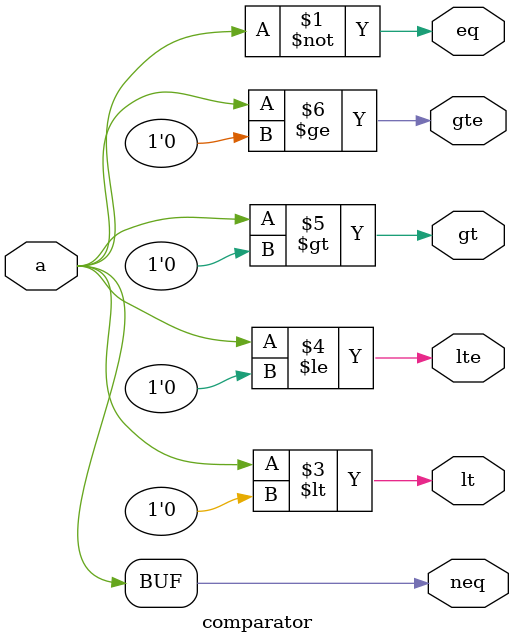
<source format=sv>
module comparator #(parameter N = 1, parameter [N-1:0] b = 0)
	(
	input logic [N-1:0] a,
	output logic eq, neq, lt, lte, gt, gte
	);
	
	 assign eq  = (a == b);
	 assign neq = (a != b);
	 assign lt  = (a < b);
	 assign lte = (a <= b);
	 assign gt  = (a > b);
	 assign gte = (a >= b);
endmodule
</source>
